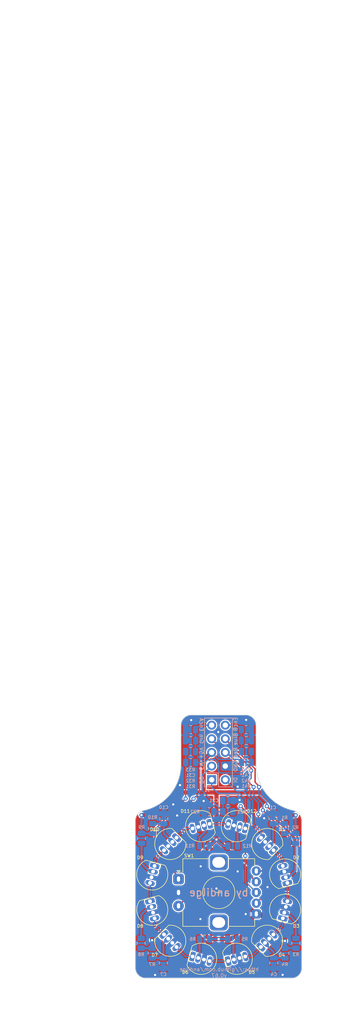
<source format=kicad_pcb>
(kicad_pcb (version 20211014) (generator pcbnew)
  (title_block (title "Futai RGB Encoder with WS2811 F5 Ring") (date "2022-01-04") (rev "0.65") (company "andilge"))
  (layers (0 "F.Cu" signal) (31 "B.Cu" signal) (34 "B.Paste" user) (35 "F.Paste" user) (36 "B.SilkS" user "B.Silkscreen") (37 "F.SilkS" user "F.Silkscreen") (38 "B.Mask" user) (39 "F.Mask" user) (44 "Edge.Cuts" user))
  (net 0 "")
  (net 1 "Net-(C1-Pad1)")
  (net 2 "GND")
  (net 3 "Net-(C10-Pad1)")
  (net 4 "Net-(C21-Pad1)")
  (net 5 "Net-(C31-Pad2)")
  (net 6 "Net-(C41-Pad2)")
  (net 7 "Net-(D1-Pad1)")
  (net 8 "DIN")
  (net 9 "Net-(D2-Pad1)")
  (net 10 "Net-(D2-Pad2)")
  (net 11 "Net-(C4-Pad2)")
  (net 12 "Net-(D3-Pad2)")
  (net 13 "Net-(D4-Pad1)")
  (net 14 "Net-(D5-Pad1)")
  (net 15 "Net-(D5-Pad2)")
  (net 16 "Net-(C7-Pad1)")
  (net 17 "Net-(D6-Pad2)")
  (net 18 "Net-(D7-Pad1)")
  (net 19 "Net-(D8-Pad1)")
  (net 20 "Net-(D8-Pad2)")
  (net 21 "Net-(D10-Pad4)")
  (net 22 "Net-(D9-Pad2)")
  (net 23 "Net-(D10-Pad1)")
  (net 24 "Net-(D11-Pad1)")
  (net 25 "Net-(D11-Pad2)")
  (net 26 "DOUT")
  (net 27 "Net-(D12-Pad2)")
  (net 28 "+5V")
  (net 29 "RED")
  (net 30 "BLU")
  (net 31 "GRE")
  (net 32 "SWC")
  (net 33 "ENC_A")
  (net 34 "ENC_B")
  (net 35 "Net-(D3-Pad1)")
  (net 36 "Net-(D6-Pad1)")
  (footprint "footprints:WS2811-THT-LED" (layer "F.Cu") (at 136.15 102.37 105)
    (fp_text reference "D8")
    (fp_text value "WS2812D")
  )
  (footprint "footprints:WS2811-THT-LED" (layer "F.Cu") (at 160.91 102.37 -105)
    (fp_text reference "D3")
    (fp_text value "WS2812D")
  )
  (footprint "footprints:WS2811-THT-LED" (layer "F.Cu") (at 157.56 108.14 -135)
    (fp_text reference "D4")
    (fp_text value "WS2812D")
  )
  (footprint "footprints:WS2811-THT-LED" (layer "F.Cu") (at 139.5 108.14 135)
    (fp_text reference "D7")
    (fp_text value "WS2812D")
  )
  (footprint "footprints:WS2811-THT-LED" (layer "F.Cu") (at 160.91 95.79 -75)
    (fp_text reference "D2")
    (fp_text value "WS2812D")
  )
  (footprint "footprints:WS2811-THT-LED" (layer "F.Cu") (at 145.25 86.8 15)
    (fp_text reference "D11")
    (fp_text value "WS2812D")
  )
  (footprint "footprints:LED_RotaryEncoder_EC12_Switch_Vertical_H20mm" (layer "F.Cu") (at 148.54 99.145)
    (fp_text reference "SW1")
    (fp_text value "RotaryEncoder_Switch_RGB")
  )
  (footprint "footprints:WS2811-THT-LED" (layer "F.Cu") (at 151.9 86.8 -15)
    (fp_text reference "D12")
    (fp_text value "WS2812D")
  )
  (footprint "footprints:WS2811-THT-LED" (layer "F.Cu") (at 157.59 90.12 -45)
    (fp_text reference "D1")
    (fp_text value "WS2812D")
  )
  (footprint "footprints:WS2811-THT-LED" (layer "F.Cu") (at 151.9 111.5 -165)
    (fp_text reference "D5")
    (fp_text value "WS2812D")
  )
  (footprint "footprints:WS2811-THT-LED" (layer "F.Cu") (at 136.15 95.79 75)
    (fp_text reference "D9")
    (fp_text value "WS2812D")
  )
  (footprint "footprints:WS2811-THT-LED" (layer "F.Cu") (at 145.25 111.5 165)
    (fp_text reference "D6")
    (fp_text value "WS2812D")
  )
  (footprint "footprints:WS2811-THT-LED" (layer "F.Cu") (at 139.5 90.12 45)
    (fp_text reference "D10")
    (fp_text value "WS2812D")
  )
  (footprint "Resistor_SMD:R_0805_2012Metric" (layer "B.Cu") (at 153.69 74.95)
    (fp_text reference "R41")
    (fp_text value "10k")
  )
  (footprint "Resistor_SMD:R_0805_2012Metric" (layer "B.Cu") (at 162.87 89.07 -90)
    (fp_text reference "R2")
    (fp_text value "130")
  )
  (footprint "Resistor_SMD:R_0805_2012Metric" (layer "B.Cu") (at 145.85 90.45 180)
    (fp_text reference "R11")
    (fp_text value "130")
  )
  (footprint "Resistor_SMD:R_0805_2012Metric" (layer "B.Cu") (at 160.88 110.45 -90)
    (fp_text reference "R4")
    (fp_text value "130")
  )
  (footprint "Capacitor_SMD:C_0805_2012Metric" (layer "B.Cu") (at 158.67 85.4 90)
    (fp_text reference "C1")
    (fp_text value "100n")
  )
  (footprint "Resistor_SMD:R_0805_2012Metric" (layer "B.Cu") (at 150.26 84.12)
    (fp_text reference "R21")
    (fp_text value "33k")
  )
  (footprint "Resistor_SMD:R_0805_2012Metric" (layer "B.Cu") (at 146.73 84.12)
    (fp_text reference "R22")
    (fp_text value "68k")
  )
  (footprint "Resistor_SMD:R_0805_2012Metric" (layer "B.Cu") (at 162.92 108.6 90)
    (fp_text reference "R3")
    (fp_text value "130")
  )
  (footprint "Connector_PinHeader_2.54mm:PinHeader_2x05_P2.54mm_Vertical" (layer "B.Cu") (at 147.225 78.15)
    (fp_text reference "J1")
    (fp_text value "Conn_02x05_Top_Bottom")
  )
  (footprint "Resistor_SMD:R_0805_2012Metric" (layer "B.Cu") (at 143.3 68.82)
    (fp_text reference "R33")
    (fp_text value "39k")
  )
  (footprint "Resistor_SMD:R_0805_2012Metric" (layer "B.Cu") (at 153.67 68.82 180)
    (fp_text reference "R43")
    (fp_text value "39k")
  )
  (footprint "Resistor_SMD:R_0805_2012Metric" (layer "B.Cu") (at 151.14 107.83)
    (fp_text reference "R5")
    (fp_text value "130")
  )
  (footprint "Capacitor_SMD:C_0805_2012Metric" (layer "B.Cu") (at 150.27 82.03)
    (fp_text reference "C21")
    (fp_text value "100n")
  )
  (footprint "Resistor_SMD:R_0805_2012Metric" (layer "B.Cu") (at 136.12 110.45 -90)
    (fp_text reference "R7")
    (fp_text value "130")
  )
  (footprint "Resistor_SMD:R_0805_2012Metric" (layer "B.Cu") (at 134.07 108.6 90)
    (fp_text reference "R8")
    (fp_text value "130")
  )
  (footprint "Capacitor_SMD:C_0805_2012Metric" (layer "B.Cu") (at 143.3 70.86)
    (fp_text reference "C31")
    (fp_text value "10n")
  )
  (footprint "Capacitor_SMD:C_0805_2012Metric" (layer "B.Cu") (at 138.29 85.4 90)
    (fp_text reference "C10")
    (fp_text value "100n")
  )
  (footprint "Resistor_SMD:R_0805_2012Metric" (layer "B.Cu") (at 153.69 72.91)
    (fp_text reference "R42")
    (fp_text value "10k")
  )
  (footprint "Resistor_SMD:R_0805_2012Metric" (layer "B.Cu") (at 151.15 90.49)
    (fp_text reference "R12")
    (fp_text value "130")
  )
  (footprint "Capacitor_SMD:C_0805_2012Metric" (layer "B.Cu") (at 158.81 112.3 90)
    (fp_text reference "C4")
    (fp_text value "100n")
  )
  (footprint "Resistor_SMD:R_0805_2012Metric" (layer "B.Cu") (at 134.14 89.07 -90)
    (fp_text reference "R9")
    (fp_text value "130")
  )
  (footprint "Resistor_SMD:R_0805_2012Metric" (layer "B.Cu") (at 160.8 87.25 90)
    (fp_text reference "R1")
    (fp_text value "130")
  )
  (footprint "Capacitor_SMD:C_0805_2012Metric" (layer "B.Cu") (at 153.69 70.86 180)
    (fp_text reference "C41")
    (fp_text value "10n")
  )
  (footprint "Resistor_SMD:R_0805_2012Metric" (layer "B.Cu") (at 143.3 72.91 180)
    (fp_text reference "R32")
    (fp_text value "10k")
  )
  (footprint "Resistor_SMD:R_0805_2012Metric" (layer "B.Cu") (at 143.3 74.95 180)
    (fp_text reference "R31")
    (fp_text value "10k")
  )
  (footprint "Resistor_SMD:R_0805_2012Metric" (layer "B.Cu") (at 145.89 107.83 180)
    (fp_text reference "R6")
    (fp_text value "130")
  )
  (footprint "Capacitor_SMD:C_0805_2012Metric" (layer "B.Cu") (at 138.22 112.3 -90)
    (fp_text reference "C7")
    (fp_text value "100n")
  )
  (footprint "Resistor_SMD:R_0805_2012Metric" (layer "B.Cu") (at 136.2 87.25 90)
    (fp_text reference "R10")
    (fp_text value "130")
  )
  (gr_line (start 155.5 75.1) (end 155.493503 68) (layer "Edge.Cuts") (width 0.1))
  (gr_line (start 164 85.8) (end 164 113.2) (layer "Edge.Cuts") (width 0.1))
  (gr_arc (start 134.9 115.1) (mid 133.556497 114.543503) (end 133 113.2) (layer "Edge.Cuts") (width 0.1))
  (gr_arc (start 162.6 83.9) (mid 163.616023 84.617141) (end 164 85.8) (layer "Edge.Cuts") (width 0.1))
  (gr_arc (start 164 113.2) (mid 163.469774 114.565102) (end 162.106497 115.1) (layer "Edge.Cuts") (width 0.1))
  (gr_arc (start 141.493503 68) (mid 142.05 66.656497) (end 143.393503 66.1) (layer "Edge.Cuts") (width 0.1))
  (gr_line (start 141.493503 68) (end 141.5 75.1) (layer "Edge.Cuts") (width 0.1))
  (gr_line (start 133 85.8) (end 133 113.2) (layer "Edge.Cuts") (width 0.1))
  (gr_arc (start 153.593503 66.1) (mid 154.937006 66.656497) (end 155.493503 68) (layer "Edge.Cuts") (width 0.1))
  (gr_arc (start 162.6 83.9) (mid 157.44853 80.792095) (end 155.5 75.1) (layer "Edge.Cuts") (width 0.1))
  (gr_line (start 134.9 115.1) (end 162.106497 115.1) (layer "Edge.Cuts") (width 0.1))
  (gr_line (start 143.393503 66.1) (end 153.593503 66.1) (layer "Edge.Cuts") (width 0.1))
  (gr_arc (start 133 85.8) (mid 133.377519 84.612383) (end 134.4 83.9) (layer "Edge.Cuts") (width 0.1))
  (gr_arc (start 141.5 75.1) (mid 139.551469 80.792094) (end 134.4 83.9) (layer "Edge.Cuts") (width 0.1))
  (gr_text "Blue" (at 151.67 70.6 90) (layer "B.SilkS") (effects (font (size 0.7 0.7) (thickness 0.12)) (justify mirror)))
  (gr_text "GND" (at 151.67 75.6 90) (layer "B.SilkS") (effects (font (size 0.7 0.7) (thickness 0.12)) (justify mirror)))
  (gr_text "https://github.com/andilge" (at 148.61 113.47) (layer "B.SilkS") (effects (font (size 0.7 0.7) (thickness 0.1)) (justify mirror)))
  (gr_text "+5V" (at 145.32 73.2 -90) (layer "B.SilkS") (effects (font (size 0.7 0.7) (thickness 0.12)) (justify mirror)))
  (gr_text "by andilge" (at 148.55 99.16) (layer "B.SilkS") (effects (font (size 1.4 1.4) (thickness 0.2)) (justify mirror)))
  (gr_text "EncA" (at 145.32 67.9 -90) (layer "B.SilkS") (effects (font (size 0.7 0.7) (thickness 0.12)) (justify mirror)))
  (gr_text "v0.67" (at 148.6 114.6) (layer "B.SilkS") (effects (font (size 0.7 0.7) (thickness 0.1)) (justify mirror)))
  (gr_text "Red" (at 151.67 73.1 90) (layer "B.SilkS") (effects (font (size 0.7 0.7) (thickness 0.12)) (justify mirror)))
  (gr_text "DO" (at 145.32 78.2 -90) (layer "B.SilkS") (effects (font (size 0.7 0.7) (thickness 0.12)) (justify mirror)))
  (gr_text "EncB" (at 151.67 67.8 90) (layer "B.SilkS") (effects (font (size 0.7 0.7) (thickness 0.12)) (justify mirror)))
  (gr_text "SW" (at 145.32 75.6 -90) (layer "B.SilkS") (effects (font (size 0.7 0.7) (thickness 0.12)) (justify mirror)))
  (gr_text "DI" (at 151.67 78.2 90) (layer "B.SilkS") (effects (font (size 0.7 0.7) (thickness 0.12)) (justify mirror)))
  (gr_text "Grn" (at 145.32 70.55 -90) (layer "B.SilkS") (effects (font (size 0.7 0.7) (thickness 0.12)) (justify mirror)))
  (segment (start 158.6725 86.3375) (end 158.67 86.34) (width 0.4) (layer "B.Cu") (net 1))
  (segment (start 157.978909 90.508909) (end 158.001091 90.508909) (width 0.4) (layer "B.Cu") (net 1))
  (segment (start 160.8 86.3375) (end 158.6725 86.3375) (width 0.4) (layer "B.Cu") (net 1))
  (segment (start 158.67 89.84) (end 158.67 86.34) (width 0.4) (layer "B.Cu") (net 1))
  (segment (start 158.001091 90.508909) (end 158.67 89.84) (width 0.4) (layer "B.Cu") (net 1))
  (segment (start 139.111091 90.508909) (end 139.108909 90.508909) (width 0.25) (layer "F.Cu") (net 2))
  (segment (start 161.01235 101.978741) (end 161.578741 101.978741) (width 0.25) (layer "F.Cu") (net 2))
  (segment (start 152.331259 111.35765) (end 152.331259 111.931259) (width 0.25) (layer "F.Cu") (net 2))
  (segment (start 151.368741 86.65765) (end 151.368741 86.181259) (width 0.25) (layer "F.Cu") (net 2))
  (segment (start 136.29235 102.901259) (end 135.698741 102.901259) (width 0.25) (layer "F.Cu") (net 2))
  (segment (start 145.721259 111.63235) (end 145.721259 112.178741) (width 0.25) (layer "F.Cu") (net 2))
  (segment (start 136.05765 96.321259) (end 135.521259 96.321259) (width 0.25) (layer "F.Cu") (net 2))
  (via (at 148.11 98.41) (size 0.8) (drill 0.4) (layers "F.Cu" "B.Cu") (net 2))
  (via (at 157.01 85.33) (size 0.8) (drill 0.4) (layers "F.Cu" "B.Cu") (net 2))
  (via (at 157.63 98.15) (size 0.8) (drill 0.4) (layers "F.Cu" "B.Cu") (net 2))
  (via (at 143.4 67.05) (size 0.8) (drill 0.4) (layers "F.Cu" "B.Cu") (net 2))
  (via (at 140.06 82.75) (size 0.8) (drill 0.4) (layers "F.Cu" "B.Cu") (net 2))
  (via (at 136.67 114.51) (size 0.8) (drill 0.4) (layers "F.Cu" "B.Cu") (net 2))
  (via (at 141.32 79.16) (size 0.8) (drill 0.4) (layers "F.Cu" "B.Cu") (net 2))
  (via (at 160.45 114.49) (size 0.8) (drill 0.4) (layers "F.Cu" "B.Cu") (net 2))
  (via (at 140.79 84.82) (size 0.8) (drill 0.4) (layers "F.Cu" "B.Cu") (net 2))
  (via (at 145.12 104.1) (size 0.8) (drill 0.4) (layers "F.Cu" "B.Cu") (net 2))
  (via (at 153.57 103.17) (size 0.8) (drill 0.4) (layers "F.Cu" "B.Cu") (net 2))
  (via (at 145.18 94.28) (size 0.8) (drill 0.4) (layers "F.Cu" "B.Cu") (net 2))
  (via (at 152.08 79.45) (size 0.8) (drill 0.4) (layers "F.Cu" "B.Cu") (net 2))
  (via (at 148.46 69.27) (size 0.8) (drill 0.4) (layers "F.Cu" "B.Cu") (net 2))
  (via (at 145.73 82.11) (size 0.8) (drill 0.4) (layers "F.Cu" "B.Cu") (net 2))
  (via (at 152.07 95.23) (size 0.8) (drill 0.4) (layers "F.Cu" "B.Cu") (net 2))
  (via (at 152.43 81.92) (size 0.8) (drill 0.4) (layers "F.Cu" "B.Cu") (net 2))
  (via (at 153.65 67.01) (size 0.8) (drill 0.4) (layers "F.Cu" "B.Cu") (net 2))
  (segment (start 139.888909 89.731091) (end 139.881091 89.731091) (width 0.25) (layer "B.Cu") (net 3))
  (segment (start 139.888909 89.731091) (end 139.888909 89.728909) (width 0.25) (layer "B.Cu") (net 3))
  (segment (start 138.29 88.14) (end 138.29 86.35) (width 0.4) (layer "B.Cu") (net 3))
  (segment (start 139.881091 89.731091) (end 138.29 88.14) (width 0.4) (layer "B.Cu") (net 3))
  (segment (start 138.2775 86.3375) (end 138.29 86.35) (width 0.4) (layer "B.Cu") (net 3))
  (segment (start 139.888909 89.731091) (end 139.888909 89.718909) (width 0.25) (layer "B.Cu") (net 3))
  (segment (start 136.2 86.3375) (end 138.2775 86.3375) (width 0.4) (layer "B.Cu") (net 3))
  (segment (start 149.32 84.0925) (end 149.3475 84.12) (width 0.25) (layer "B.Cu") (net 4))
  (segment (start 147.6425 84.12) (end 149.3475 84.12) (width 0.25) (layer "B.Cu") (net 4))
  (segment (start 145.42 80.1925) (end 149.3475 84.12) (width 0.25) (layer "B.Cu") (net 4))
  (segment (start 145.42 77.37) (end 145.42 80.1925) (width 0.25) (layer "B.Cu") (net 4))
  (segment (start 147.18 75.61) (end 145.42 77.37) (width 0.25) (layer "B.Cu") (net 4))
  (segment (start 149.32 82.03) (end 149.32 84.0925) (width 0.25) (layer "B.Cu") (net 4))
  (segment (start 144.2125 68.83) (end 145.0525 67.99) (width 0.25) (layer "B.Cu") (net 5))
  (segment (start 144.2125 68.83) (end 144.2125 70.8325) (width 0.25) (layer "B.Cu") (net 5))
  (segment (start 144.2125 70.9075) (end 144.25 70.87) (width 0.25) (layer "B.Cu") (net 5))
  (segment (start 144.2125 72.91) (end 144.2125 70.9075) (width 0.25) (layer "B.Cu") (net 5))
  (segment (start 145.0525 67.99) (end 147.18 67.99) (width 0.25) (layer "B.Cu") (net 5))
  (segment (start 144.2125 70.8325) (end 144.25 70.87) (width 0.25) (layer "B.Cu") (net 5))
  (segment (start 149.72 67.99) (end 151.9275 67.99) (width 0.25) (layer "B.Cu") (net 6))
  (segment (start 152.7775 72.91) (end 152.7775 70.8975) (width 0.25) (layer "B.Cu") (net 6))
  (segment (start 151.9275 67.99) (end 152.7575 68.82) (width 0.25) (layer "B.Cu") (net 6))
  (segment (start 152.7775 70.8975) (end 152.74 70.86) (width 0.25) (layer "B.Cu") (net 6))
  (segment (start 152.74 70.86) (end 152.74 68.8375) (width 0.25) (layer "B.Cu") (net 6))
  (segment (start 152.7575 70.8425) (end 152.74 70.86) (width 0.25) (layer "B.Cu") (net 6))
  (segment (start 152.74 68.8375) (end 152.7575 68.82) (width 0.25) (layer "B.Cu") (net 6))
  (segment (start 160.482949 93.012949) (end 158.756726 91.286726) (width 0.25) (layer "B.Cu") (net 7))
  (segment (start 160.482949 94.246222) (end 160.482949 93.012949) (width 0.25) (layer "B.Cu") (net 7))
  (segment (start 151.804511 80.234511) (end 151.635 80.065) (width 0.25) (layer "B.Cu") (net 8))
  (segment (start 154.87 82.097919) (end 154.87 86.4) (width 0.25) (layer "B.Cu") (net 8))
  (segment (start 153.08 80.23) (end 153.075489 80.234511) (width 0.25) (layer "B.Cu") (net 8))
  (segment (start 154.87 82.02) (end 153.08 80.23) (width 0.25) (layer "B.Cu") (net 8))
  (segment (start 149.72 78.15) (end 151.804511 80.234511) (width 0.25) (layer "B.Cu") (net 8))
  (segment (start 154.87 82.097919) (end 154.87 82.02) (width 0.25) (layer "B.Cu") (net 8))
  (segment (start 156.423274 87.953274) (end 156.423274 88.953274) (width 0.25) (layer "B.Cu") (net 8))
  (segment (start 153.075489 80.234511) (end 151.804511 80.234511) (width 0.25) (layer "B.Cu") (net 8))
  (segment (start 154.87 86.4) (end 156.423274 87.953274) (width 0.25) (layer "B.Cu") (net 8))
  (segment (start 161.337051 97.433778) (end 161.297051 97.473778) (width 0.25) (layer "B.Cu") (net 9))
  (segment (start 161.297051 97.473778) (end 161.297051 100.916222) (width 0.25) (layer "B.Cu") (net 9))
  (segment (start 161.05235 96.371259) (end 161.578741 96.371259) (width 0.25) (layer "F.Cu") (net 10))
  (segment (start 161.548741 96.371259) (end 162.87 95.05) (width 0.4) (layer "B.Cu") (net 10))
  (segment (start 161.05235 96.371259) (end 161.738741 96.371259) (width 0.25) (layer "B.Cu") (net 10))
  (segment (start 161.05235 96.371259) (end 161.578741 96.371259) (width 0.25) (layer "B.Cu") (net 10))
  (segment (start 162.87 95.05) (end 162.87 89.9825) (width 0.4) (layer "B.Cu") (net 10))
  (segment (start 161.05235 96.371259) (end 161.548741 96.371259) (width 0.4) (layer "B.Cu") (net 10))
  (segment (start 157.171091 108.648909) (end 157.171091 108.671091) (width 0.25) (layer "F.Cu") (net 11))
  (segment (start 157.171091 108.648909) (end 157.171091 108.661091) (width 0.25) (layer "B.Cu") (net 11))
  (segment (start 160.8725 111.35) (end 160.88 111.3425) (width 0.4) (layer "B.Cu") (net 11))
  (segment (start 160.8675 111.35) (end 160.88 111.3625) (width 0.4) (layer "B.Cu") (net 11))
  (segment (start 158.81 110.28) (end 158.81 111.35) (width 0.4) (layer "B.Cu") (net 11))
  (segment (start 157.178909 108.648909) (end 158.81 110.28) (width 0.4) (layer "B.Cu") (net 11))
  (segment (start 158.81 111.35) (end 160.8675 111.35) (width 0.4) (layer "B.Cu") (net 11))
  (segment (start 157.171091 108.648909) (end 157.178909 108.648909) (width 0.25) (layer "B.Cu") (net 11))
  (segment (start 160.72765 103.041259) (end 161.291259 103.041259) (width 0.25) (layer "F.Cu") (net 12))
  (segment (start 160.72765 103.041259) (end 161.361259 103.041259) (width 0.4) (layer "B.Cu") (net 12))
  (segment (start 161.361259 103.041259) (end 162.92 104.6) (width 0.4) (layer "B.Cu") (net 12))
  (segment (start 161.161259 103.041259) (end 160.72765 103.041259) (width 0.25) (layer "B.Cu") (net 12))
  (segment (start 162.92 104.6) (end 162.92 107.6875) (width 0.4) (layer "B.Cu") (net 12))
  (segment (start 160.72765 103.041259) (end 161.271259 103.041259) (width 0.25) (layer "B.Cu") (net 12))
  (segment (start 153.393778 111.072949) (end 154.747051 111.072949) (width 0.25) (layer "B.Cu") (net 13))
  (segment (start 154.747051 111.072949) (end 156.393274 109.426726) (width 0.25) (layer "B.Cu") (net 13))
  (segment (start 150.206222 111.927051) (end 150.196222 111.917051) (width 0.25) (layer "B.Cu") (net 14))
  (segment (start 150.196222 111.917051) (end 146.783778 111.917051) (width 0.25) (layer "B.Cu") (net 14))
  (segment (start 151.268741 111.64235) (end 151.268741 112.168741) (width 0.25) (layer "F.Cu") (net 15))
  (segment (start 151.268741 111.64235) (end 151.268741 111.288741) (width 0.4) (layer "B.Cu") (net 15))
  (segment (start 151.268741 108.613759) (end 152.0525 107.83) (width 0.4) (layer "B.Cu") (net 15))
  (segment (start 151.268741 111.288741) (end 151.03 111.05) (width 0.4) (layer "B.Cu") (net 15))
  (segment (start 151.268741 111.64235) (end 151.268741 111.358741) (width 0.25) (layer "B.Cu") (net 15))
  (segment (start 151.268741 111.64235) (end 151.268741 108.613759) (width 0.4) (layer "B.Cu") (net 15))
  (segment (start 151.268741 111.358741) (end 151.1 111.19) (width 0.25) (layer "B.Cu") (net 15))
  (segment (start 139.041091 107.751091) (end 138.998909 107.751091) (width 0.25) (layer "F.Cu") (net 16))
  (segment (start 139.018909 107.751091) (end 138.22 108.55) (width 0.4) (layer "B.Cu") (net 16))
  (segment (start 138.22 108.55) (end 138.22 111.49) (width 0.4) (layer "B.Cu") (net 16))
  (segment (start 138.2125 111.4825) (end 138.22 111.49) (width 0.4) (layer "B.Cu") (net 16))
  (segment (start 136.1325 111.35) (end 136.12 111.3625) (width 0.4) (layer "B.Cu") (net 16))
  (segment (start 139.041091 107.751091) (end 139.028909 107.751091) (width 0.25) (layer "B.Cu") (net 16))
  (segment (start 139.041091 107.751091) (end 139.041091 107.768909) (width 0.25) (layer "B.Cu") (net 16))
  (segment (start 139.041091 107.751091) (end 139.018909 107.751091) (width 0.4) (layer "B.Cu") (net 16))
  (segment (start 138.22 111.35) (end 136.1325 111.35) (width 0.4) (layer "B.Cu") (net 16))
  (segment (start 144.658741 111.34765) (end 144.658741 111.991259) (width 0.25) (layer "F.Cu") (net 17))
  (segment (start 144.658741 111.34765) (end 144.67235 111.34765) (width 0.25) (layer "B.Cu") (net 17))
  (segment (start 144.9775 110.6025) (end 144.9775 107.83) (width 0.4) (layer "B.Cu") (net 17))
  (segment (start 144.89 107.3775) (end 144.9875 107.28) (width 0.25) (layer "B.Cu") (net 17))
  (segment (start 144.658741 111.34765) (end 144.658741 110.921259) (width 0.4) (layer "B.Cu") (net 17))
  (segment (start 144.658741 110.991259) (end 144.89 110.76) (width 0.25) (layer "B.Cu") (net 17))
  (segment (start 144.658741 111.34765) (end 144.658741 110.991259) (width 0.25) (layer "B.Cu") (net 17))
  (segment (start 144.658741 110.921259) (end 144.9775 110.6025) (width 0.4) (layer "B.Cu") (net 17))
  (segment (start 144.658741 108.148759) (end 144.9775 107.83) (width 0.25) (layer "B.Cu") (net 17))
  (segment (start 144.67235 111.34765) (end 144.9875 111.0325) (width 0.25) (layer "B.Cu") (net 17))
  (segment (start 136.577051 103.963778) (end 136.577051 105.287051) (width 0.25) (layer "B.Cu") (net 18))
  (segment (start 136.577051 105.287051) (end 138.263274 106.973274) (width 0.25) (layer "B.Cu") (net 18))
  (segment (start 135.782949 100.716222) (end 135.722949 100.776222) (width 0.25) (layer "B.Cu") (net 19))
  (segment (start 135.782949 97.383778) (end 135.782949 100.716222) (width 0.25) (layer "B.Cu") (net 19))
  (segment (start 136.00765 101.838741) (end 135.561259 101.838741) (width 0.25) (layer "F.Cu") (net 20))
  (segment (start 136.00765 101.838741) (end 135.561259 101.838741) (width 0.25) (layer "B.Cu") (net 20))
  (segment (start 136.00765 101.838741) (end 135.521259 101.838741) (width 0.4) (layer "B.Cu") (net 20))
  (segment (start 136.00765 101.838741) (end 135.491259 101.838741) (width 0.25) (layer "B.Cu") (net 20))
  (segment (start 134.07 103.29) (end 134.07 107.8475) (width 0.4) (layer "B.Cu") (net 20))
  (segment (start 135.521259 101.838741) (end 134.07 103.29) (width 0.4) (layer "B.Cu") (net 20))
  (segment (start 138.333274 91.286726) (end 136.65 92.97) (width 0.25) (layer "B.Cu") (net 21))
  (segment (start 136.63 94.193273) (end 136.627051 94.196222) (width 0.25) (layer "B.Cu") (net 21))
  (segment (start 136.65 94.183273) (end 136.637051 94.196222) (width 0.25) (layer "B.Cu") (net 21))
  (segment (start 136.65 92.97) (end 136.65 94.183273) (width 0.25) (layer "B.Cu") (net 21))
  (segment (start 135.698741 95.258741) (end 134.41 93.97) (width 0.4) (layer "B.Cu") (net 22))
  (segment (start 134.41 93.97) (end 134.13 93.69) (width 0.4) (layer "B.Cu") (net 22))
  (segment (start 134.14 89.9825) (end 134.14 93.7) (width 0.4) (layer "B.Cu") (net 22))
  (segment (start 136.35235 95.258741) (end 135.698741 95.258741) (width 0.4) (layer "B.Cu") (net 22))
  (segment (start 134.13 89.9925) (end 134.14 89.9825) (width 0.4) (layer "B.Cu") (net 22))
  (segment (start 134.14 93.7) (end 134.41 93.97) (width 0.4) (layer "B.Cu") (net 22))
  (segment (start 136.35235 95.258741) (end 135.708741 95.258741) (width 0.25) (layer "B.Cu") (net 22))
  (segment (start 143.656222 87.217051) (end 142.402949 87.217051) (width 0.25) (layer "B.Cu") (net 23))
  (segment (start 142.402949 87.217051) (end 140.666726 88.953274) (width 0.25) (layer "B.Cu") (net 23))
  (segment (start 146.853778 86.372949) (end 150.306222 86.372949) (width 0.25) (layer "B.Cu") (net 24))
  (segment (start 146.843778 86.362949) (end 146.853778 86.372949) (width 0.25) (layer "B.Cu") (net 24))
  (segment (start 145.781259 87.101259) (end 146.06 87.38) (width 0.4) (layer "B.Cu") (net 25))
  (segment (start 144.9375 88.9125) (end 144.9375 90.45) (width 0.4) (layer "B.Cu") (net 25))
  (segment (start 145.781259 86.64765) (end 145.781259 87.101259) (width 0.4) (layer "B.Cu") (net 25))
  (segment (start 145.781259 86.64765) (end 145.781259 86.791259) (width 0.25) (layer "B.Cu") (net 25))
  (segment (start 146.06 87.79) (end 144.9375 88.9125) (width 0.4) (layer "B.Cu") (net 25))
  (segment (start 145.781259 86.64765) (end 145.781259 86.951259) (width 0.25) (layer "B.Cu") (net 25))
  (segment (start 145.781259 86.791259) (end 146.03 87.04) (width 0.25) (layer "B.Cu") (net 25))
  (segment (start 145.781259 86.951259) (end 146.01 87.18) (width 0.25) (layer "B.Cu") (net 25))
  (segment (start 146.06 87.38) (end 146.06 87.79) (width 0.4) (layer "B.Cu") (net 25))
  (segment (start 152.434031 80.684031) (end 153.5 81.75) (width 0.25) (layer "B.Cu") (net 26))
  (segment (start 153.5 81.75) (end 153.5 87.220829) (width 0.25) (layer "B.Cu") (net 26))
  (segment (start 147.225 79.515) (end 147.225 78.15) (width 0.25) (layer "B.Cu") (net 26))
  (segment (start 147.215 78.489614) (end 147.215 78.155) (width 0.25) (layer "B.Cu") (net 26))
  (segment (start 148.394031 80.684031) (end 152.434031 80.684031) (width 0.25) (layer "B.Cu") (net 26))
  (segment (start 148.394031 80.684031) (end 147.225 79.515) (width 0.25) (layer "B.Cu") (net 26))
  (segment (start 147.215 78.365) (end 147.215 78.155) (width 0.25) (layer "B.Cu") (net 26))
  (segment (start 153.5 87.220829) (end 153.493778 87.227051) (width 0.25) (layer "B.Cu") (net 26))
  (segment (start 152.431259 87.418741) (end 152.0625 87.7875) (width 0.4) (layer "B.Cu") (net 27))
  (segment (start 152.0625 90.49) (end 152.0625 90.0275) (width 0.25) (layer "B.Cu") (net 27))
  (segment (start 152.0625 90.0275) (end 152.07 90.02) (width 0.25) (layer "B.Cu") (net 27))
  (segment (start 152.0625 87.7875) (end 152.0625 90.49) (width 0.4) (layer "B.Cu") (net 27))
  (segment (start 152.431259 86.94235) (end 152.431259 87.298741) (width 0.25) (layer "B.Cu") (net 27))
  (segment (start 152.07 90.4825) (end 152.0625 90.49) (width 0.25) (layer "B.Cu") (net 27))
  (segment (start 152.431259 86.94235) (end 152.431259 87.418741) (width 0.4) (layer "B.Cu") (net 27))
  (segment (start 152.431259 87.298741) (end 152.1325 87.5975) (width 0.25) (layer "B.Cu") (net 27))
  (segment (start 152.431259 86.94235) (end 152.07 87.303609) (width 0.25) (layer "B.Cu") (net 27))
  (segment (start 142.635 103.655) (end 143.64452 102.64548) (width 0.8) (layer "F.Cu") (net 28))
  (segment (start 153.67 101.360275) (end 154.169863 101.860137) (width 0.8) (layer "F.Cu") (net 28))
  (segment (start 148.69 80.52) (end 156.43 80.52) (width 0.8) (layer "F.Cu") (net 28))
  (segment (start 156.262698 103.145) (end 160.89 107.772302) (width 0.8) (layer "F.Cu") (net 28))
  (segment (start 155.54 103.145) (end 155.54 103.16) (width 0.8) (layer "F.Cu") (net 28))
  (segment (start 146.81 107.83) (end 143.64452 104.66452) (width 0.8) (layer "F.Cu") (net 28))
  (segment (start 155.54 103.145) (end 156.262698 103.145) (width 0.8) (layer "F.Cu") (net 28))
  (segment (start 148.120633 80.789367) (end 148.39 80.52) (width 0.8) (layer "F.Cu") (net 28))
  (segment (start 134.14 84.74) (end 136.45 84.74) (width 0.8) (layer "F.Cu") (net 28))
  (segment (start 148.120633 88.839367) (end 148.120633 80.789367) (width 0.8) (layer "F.Cu") (net 28))
  (segment (start 155.454725 103.145) (end 155.54 103.145) (width 0.8) (layer "F.Cu") (net 28))
  (segment (start 143.64452 93.68548) (end 148.120633 89.209367) (width 0.8) (layer "F.Cu") (net 28))
  (segment (start 147.18 73.560081) (end 147.18 73.07) (width 0.8) (layer "F.Cu") (net 28))
  (segment (start 154.169863 101.860137) (end 155.454725 103.145) (width 0.8) (layer "F.Cu") (net 28))
  (segment (start 147.18 73.07) (end 145.730489 74.519511) (width 0.8) (layer "F.Cu") (net 28))
  (segment (start 145.77 80.52) (end 148.39 80.52) (width 0.8) (layer "F.Cu") (net 28))
  (segment (start 150.87 107.83) (end 148.53 107.83) (width 0.8) (layer "F.Cu") (net 28))
  (segment (start 155.54 103.16) (end 150.87 107.83) (width 0.8) (layer "F.Cu") (net 28))
  (segment (start 145.730489 80.480489) (end 145.77 80.52) (width 0.8) (layer "F.Cu") (net 28))
  (segment (start 153.6 101.290274) (end 154.169863 101.860137) (width 0.8) (layer "F.Cu") (net 28))
  (segment (start 156.43 80.52) (end 160.68 84.77) (width 0.8) (layer "F.Cu") (net 28))
  (segment (start 141.85 104.44) (end 142.635 103.655) (width 0.8) (layer "F.Cu") (net 28))
  (segment (start 136.45 84.74) (end 140.67 80.52) (width 0.8) (layer "F.Cu") (net 28))
  (segment (start 145.730489 74.519511) (end 145.730489 80.480489) (width 0.8) (layer "F.Cu") (net 28))
  (segment (start 148.53 107.83) (end 146.81 107.83) (width 0.8) (layer "F.Cu") (net 28))
  (segment (start 136.12 108.05) (end 136.12 106.93) (width 0.8) (layer "F.Cu") (net 28))
  (segment (start 148.39 80.52) (end 148.69 80.52) (width 0.8) (layer "F.Cu") (net 28))
  (segment (start 160.89 107.772302) (end 160.89 108.18) (width 0.8) (layer "F.Cu") (net 28))
  (segment (start 143.64452 104.66452) (end 143.64452 102.64548) (width 0.8) (layer "F.Cu") (net 28))
  (segment (start 143.64452 93.68548) (end 143.64452 102.64548) (width 0.8) (layer "F.Cu") (net 28))
  (segment (start 148.120633 89.209367) (end 148.120633 88.839367) (width 0.8) (layer "F.Cu") (net 28))
  (segment (start 148.120633 89.209367) (end 153.6 94.688734) (width 0.8) (layer "F.Cu") (net 28))
  (segment (start 153.6 94.688734) (end 153.6 101.290274) (width 0.8) (layer "F.Cu") (net 28))
  (segment (start 138.61 104.44) (end 141.85 104.44) (width 0.8) (layer "F.Cu") (net 28))
  (segment (start 160.68 84.77) (end 162.89 84.77) (width 0.8) (layer "F.Cu") (net 28))
  (segment (start 140.67 80.52) (end 145.77 80.52) (width 0.8) (layer "F.Cu") (net 28))
  (segment (start 136.12 106.93) (end 138.61 104.44) (width 0.8) (layer "F.Cu") (net 28))
  (via (at 148.12 89.3) (size 0.8) (drill 0.4) (layers "F.Cu" "B.Cu") (net 28))
  (via (at 160.89 108.18) (size 0.8) (drill 0.4) (layers "F.Cu" "B.Cu") (net 28))
  (via (at 162.89 84.77) (size 0.8) (drill 0.4) (layers "F.Cu" "B.Cu") (net 28))
  (via (at 134.14 84.74) (size 0.8) (drill 0.4) (layers "F.Cu" "B.Cu") (net 28))
  (via (at 136.12 108.05) (size 0.8) (drill 0.4) (layers "F.Cu" "B.Cu") (net 28))
  (via (at 148.53 107.83) (size 0.8) (drill 0.4) (layers "F.Cu" "B.Cu") (net 28))
  (segment (start 147.18 73.07) (end 148.45 74.34) (width 0.25) (layer "B.Cu") (net 28))
  (segment (start 146.7625 90.45) (end 146.7625 90.1975) (width 0.4) (layer "B.Cu") (net 28))
  (segment (start 148.45 74.34) (end 152.1675 74.34) (width 0.25) (layer "B.Cu") (net 28))
  (segment (start 162.915 109.5175) (end 162.92 109.5125) (width 0.4) (layer "B.Cu") (net 28))
  (segment (start 160.8 88.1625) (end 162.865 88.1625) (width 0.4) (layer "B.Cu") (net 28))
  (segment (start 149.31 90.49) (end 148.12 89.3) (width 0.4) (layer "B.Cu") (net 28))
  (segment (start 147.18 73.07) (end 145.3 74.95) (width 0.25) (layer "B.Cu") (net 28))
  (segment (start 134.14 88.1575) (end 134.14 84.74) (width 0.4) (layer "B.Cu") (net 28))
  (segment (start 150.1975 90.45) (end 150.2375 90.49) (width 0.4) (layer "B.Cu") (net 28))
  (segment (start 160.88 108.19) (end 160.89 108.18) (width 0.8) (layer "B.Cu") (net 28))
  (segment (start 145.3 74.95) (end 144.2125 74.95) (width 0.25) (layer "B.Cu") (net 28))
  (segment (start 136.105 109.6725) (end 136.12 109.6575) (width 0.4) (layer "B.Cu") (net 28))
  (segment (start 150.2275 107.83) (end 148.53 107.83) (width 0.4) (layer "B.Cu") (net 28))
  (segment (start 160.905 109.5125) (end 160.88 109.5375) (width 0.4) (layer "B.Cu") (net 28))
  (segment (start 136.12 109.5375) (end 134.095 109.5375) (width 0.4) (layer "B.Cu") (net 28))
  (segment (start 150.22 107.28) (end 150.23 107.29) (width 0.25) (layer "B.Cu") (net 28))
  (segment (start 136.2 88.1625) (end 134.145 88.1625) (width 0.4) (layer "B.Cu") (net 28))
  (segment (start 146.97 90.45) (end 148.12 89.3) (width 0.4) (layer "B.Cu") (net 28))
  (segment (start 160.88 109.5175) (end 160.88 108.19) (width 0.8) (layer "B.Cu") (net 28))
  (segment (start 162.865 88.1625) (end 162.87 88.1575) (width 0.4) (layer "B.Cu") (net 28))
  (segment (start 134.145 88.1625) (end 134.14 88.1575) (width 0.4) (layer "B.Cu") (net 28))
  (segment (start 134.155 88.1725) (end 134.14 88.1575) (width 0.4) (layer "B.Cu") (net 28))
  (segment (start 136.12 109.6575) (end 136.12 108.05) (width 0.8) (layer "B.Cu") (net 28))
  (segment (start 152.1675 74.34) (end 152.7775 74.95) (width 0.25) (layer "B.Cu") (net 28))
  (segment (start 150.2375 90.49) (end 149.31 90.49) (width 0.4) (layer "B.Cu") (net 28))
  (segment (start 134.095 109.5375) (end 134.07 109.5125) (width 0.4) (layer "B.Cu") (net 28))
  (segment (start 146.7625 90.45) (end 146.97 90.45) (width 0.4) (layer "B.Cu") (net 28))
  (segment (start 162.87 88.1575) (end 162.87 84.79) (width 0.4) (layer "B.Cu") (net 28))
  (segment (start 162.87 84.79) (end 162.89 84.77) (width 0.4) (layer "B.Cu") (net 28))
  (segment (start 162.92 109.5125) (end 160.905 109.5125) (width 0.4) (layer "B.Cu") (net 28))
  (segment (start 146.8025 107.83) (end 148.53 107.83) (width 0.4) (layer "B.Cu") (net 28))
  (segment (start 156.775489 83.825489) (end 162.11 89.16) (width 0.25) (layer "F.Cu") (net 29))
  (segment (start 149.72 73.07) (end 150.06 73.07) (width 0.25) (layer "F.Cu") (net 29))
  (segment (start 152.94 77.41) (end 152.94 75.954282) (width 0.25) (layer "F.Cu") (net 29))
  (segment (start 152.94 75.954282) (end 150.055718 73.07) (width 0.25) (layer "F.Cu") (net 29))
  (segment (start 162.11 90.13) (end 157.08 95.16) (width 0.25) (layer "F.Cu") (net 29))
  (segment (start 150.055718 73.07) (end 149.72 73.07) (width 0.25) (layer "F.Cu") (net 29))
  (segment (start 157.08 95.16) (end 157.065 95.145) (width 0.25) (layer "F.Cu") (net 29))
  (segment (start 149.74 73.09) (end 149.72 73.07) (width 0.25) (layer "F.Cu") (net 29))
  (segment (start 162.11 89.16) (end 162.11 90.13) (width 0.25) (layer "F.Cu") (net 29))
  (segment (start 157.065 95.145) (end 155.54 95.145) (width 0.25) (layer "F.Cu") (net 29))
  (segment (start 155.04 79.51) (end 152.94 77.41) (width 0.25) (layer "F.Cu") (net 29))
  (segment (start 156.775489 83.824511) (end 156.775489 83.825489) (width 0.25) (layer "F.Cu") (net 29))
  (via (at 156.775489 83.824511) (size 0.8) (drill 0.4) (layers "F.Cu" "B.Cu") (net 29))
  (via (at 155.04 79.51) (size 0.8) (drill 0.4) (layers "F.Cu" "B.Cu") (net 29))
  (segment (start 155.04 80.91) (end 156.775489 82.645489) (width 0.25) (layer "B.Cu") (net 29))
  (segment (start 155.04 79.51) (end 155.04 80.91) (width 0.25) (layer "B.Cu") (net 29))
  (segment (start 156.775489 84.184511) (end 156.77 84.19) (width 0.25) (layer "B.Cu") (net 29))
  (segment (start 156.775489 82.645489) (end 156.775489 83.824511) (width 0.25) (layer "B.Cu") (net 29))
  (segment (start 156.775489 83.824511) (end 156.775489 84.184511) (width 0.25) (layer "B.Cu") (net 29))
  (segment (start 156.04 79.51) (end 156.04 79.335386) (width 0.25) (layer "F.Cu") (net 30))
  (segment (start 157.5 83.09) (end 163.34 88.93) (width 0.25) (layer "F.Cu") (net 30))
  (segment (start 157.5 83.08) (end 157.5 83.09) (width 0.25) (layer "F.Cu") (net 30))
  (segment (start 163.34 97.85) (end 162.02 99.17) (width 0.25) (layer "F.Cu") (net 30))
  (segment (start 162.02 99.17) (end 157.515 99.17) (width 0.25) (layer "F.Cu") (net 30))
  (segment (start 163.34 88.93) (end 163.34 97.85) (width 0.25) (layer "F.Cu") (net 30))
  (segment (start 149.72 70.53) (end 155.32 76.13) (width 0.25) (layer "F.Cu") (net 30))
  (segment (start 156.04 79.335386) (end 155.32 78.615386) (width 0.25) (layer "F.Cu") (net 30))
  (segment (start 155.32 78.615386) (end 155.32 76.13) (width 0.25) (layer "F.Cu") (net 30))
  (segment (start 157.515 99.17) (end 155.54 101.145) (width 0.25) (layer "F.Cu") (net 30))
  (via (at 157.5 83.08) (size 0.8) (drill 0.4) (layers "F.Cu" "B.Cu") (net 30))
  (via (at 156.04 79.51) (size 0.8) (drill 0.4) (layers "F.Cu" "B.Cu") (net 30))
  (segment (start 157.5 82.42) (end 157.5 83.08) (width 0.25) (layer "B.Cu") (net 30))
  (segment (start 157.52 83.06) (end 157.5 83.08) (width 0.25) (layer "B.Cu") (net 30))
  (segment (start 156.04 79.51) (end 156.04 80.96) (width 0.25) (layer "B.Cu") (net 30))
  (segment (start 156.04 80.96) (end 157.5 82.42) (width 0.25) (layer "B.Cu") (net 30))
  (segment (start 155.92 87.18) (end 155.92 84.59) (width 0.25) (layer "F.Cu") (net 31))
  (segment (start 154.340489 88.759511) (end 155.92 87.18) (width 0.25) (layer "F.Cu") (net 31))
  (segment (start 154.59 76.035718) (end 150.344282 71.79) (width 0.25) (layer "F.Cu") (net 31))
  (segment (start 154.340489 95.945489) (end 154.340489 88.759511) (width 0.25) (layer "F.Cu") (net 31))
  (segment (start 155.54 97.145) (end 154.340489 95.945489) (width 0.25) (layer "F.Cu") (net 31))
  (segment (start 148.44 71.79) (end 147.18 70.53) (width 0.25) (layer "F.Cu") (net 31))
  (segment (start 150.344282 71.79) (end 148.44 71.79) (width 0.25) (layer "F.Cu") (net 31))
  (segment (start 154.59 76.44) (end 154.59 76.035718) (width 0.25) (layer "F.Cu") (net 31))
  (via (at 155.92 84.59) (size 0.8) (drill 0.4) (layers "F.Cu" "B.Cu") (net 31))
  (via (at 154.59 76.44) (size 0.8) (drill 0.4) (layers "F.Cu" "B.Cu") (net 31))
  (segment (start 155.93 84.58) (end 155.92 84.59) (width 0.25) (layer "B.Cu") (net 31))
  (segment (start 154.59 76.44) (end 154.59 77.88) (width 0.25) (layer "B.Cu") (net 31))
  (segment (start 154.315489 78.154511) (end 154.315489 80.829771) (width 0.25) (layer "B.Cu") (net 31))
  (segment (start 154.59 77.88) (end 154.315489 78.154511) (width 0.25) (layer "B.Cu") (net 31))
  (segment (start 154.315489 80.829771) (end 155.93 82.444282) (width 0.25) (layer "B.Cu") (net 31))
  (segment (start 155.93 82.444282) (end 155.93 84.58) (width 0.25) (layer "B.Cu") (net 31))
  (segment (start 154.475522 84.925522) (end 154.475522 87.98876) (width 0.25) (layer "F.Cu") (net 32))
  (segment (start 154.475522 87.98876) (end 153.5 88.964282) (width 0.25) (layer "F.Cu") (net 32))
  (segment (start 153.5 88.964282) (end 153.5 92.34) (width 0.25) (layer "F.Cu") (net 32))
  (segment (start 152.63 83.08) (end 154.475522 84.925522) (width 0.25) (layer "F.Cu") (net 32))
  (via (at 152.63 83.08) (size 0.8) (drill 0.4) (layers "F.Cu" "B.Cu") (net 32))
  (via (at 153.5 92.34) (size 0.8) (drill 0.4) (layers "F.Cu" "B.Cu") (net 32))
  (segment (start 151.1725 84.12) (end 151.59 84.12) (width 0.25) (layer "B.Cu") (net 32))
  (segment (start 153.5 97.105) (end 155.54 99.145) (width 0.25) (layer "B.Cu") (net 32))
  (segment (start 151.59 84.12) (end 152.63 83.08) (width 0.25) (layer "B.Cu") (net 32))
  (segment (start 153.5 92.34) (end 153.5 97.105) (width 0.25) (layer "B.Cu") (net 32))
  (segment (start 141.04 96.17) (end 136.66 91.79) (width 0.25) (layer "F.Cu") (net 33))
  (segment (start 141.04 96.14) (end 141.04 96.645) (width 0.25) (layer "F.Cu") (net 33))
  (segment (start 141.04 96.645) (end 141.04 96.17) (width 0.25) (layer "F.Cu") (net 33))
  (segment (start 136.66 91.79) (end 136.66 87.38) (width 0.25) (layer "F.Cu") (net 33))
  (segment (start 136.66 87.38) (end 142.37 81.67) (width 0.25) (layer "F.Cu") (net 33))
  (via (at 142.37 81.67) (size 0.8) (drill 0.4) (layers "F.Cu" "B.Cu") (net 33))
  (segment (start 142.3875 72.91) (end 142.3875 74.95) (width 0.25) (layer "B.Cu") (net 33))
  (segment (start 142.37 74.9675) (end 142.37 81.67) (width 0.25) (layer "B.Cu") (net 33))
  (segment (start 142.3875 74.95) (end 142.37 74.9675) (width 0.25) (layer "B.Cu") (net 33))
  (segment (start 142.8 88.88) (end 141.87 87.95) (width 0.25) (layer "F.Cu") (net 34))
  (segment (start 142.8 99.885) (end 142.8 89.58) (width 0.25) (layer "F.Cu") (net 34))
  (segment (start 141.04 101.645) (end 142.8 99.885) (width 0.25) (layer "F.Cu") (net 34))
  (segment (start 143.84 81.69) (end 143.85 81.68) (width 0.25) (layer "F.Cu") (net 34))
  (segment (start 141.87 83.66) (end 143.84 81.69) (width 0.25) (layer "F.Cu") (net 34))
  (segment (start 142.8 89.58) (end 142.8 88.88) (width 0.25) (layer "F.Cu") (net 34))
  (segment (start 141.87 87.95) (end 141.87 83.66) (width 0.25) (layer "F.Cu") (net 34))
  (via (at 143.84 81.69) (size 0.8) (drill 0.4) (layers "F.Cu" "B.Cu") (net 34))
  (segment (start 144.97 80.56) (end 144.97 75.915718) (width 0.25) (layer "B.Cu") (net 34))
  (segment (start 148.81 76.88) (end 152.89 76.88) (width 0.25) (layer "B.Cu") (net 34))
  (segment (start 146.515718 74.37) (end 147.83 74.37) (width 0.25) (layer "B.Cu") (net 34))
  (segment (start 152.89 76.88) (end 154.6025 75.1675) (width 0.25) (layer "B.Cu") (net 34))
  (segment (start 154.6025 74.95) (end 154.61 74.9575) (width 0.25) (layer "B.Cu") (net 34))
  (segment (start 147.83 74.37) (end 148.5 75.04) (width 0.25) (layer "B.Cu") (net 34))
  (segment (start 154.6025 74.95) (end 154.6 74.9525) (width 0.25) (layer "B.Cu") (net 34))
  (segment (start 148.5 75.04) (end 148.5 76.57) (width 0.25) (layer "B.Cu") (net 34))
  (segment (start 154.6025 75.1675) (end 154.6025 74.95) (width 0.25) (layer "B.Cu") (net 34))
  (segment (start 154.6025 72.91) (end 154.6025 74.95) (width 0.25) (layer "B.Cu") (net 34))
  (segment (start 143.84 81.69) (end 144.97 80.56) (width 0.25) (layer "B.Cu") (net 34))
  (segment (start 148.5 76.57) (end 148.81 76.88) (width 0.25) (layer "B.Cu") (net 34))
  (segment (start 144.97 75.915718) (end 146.515718 74.37) (width 0.25) (layer "B.Cu") (net 34))
  (segment (start 154.575 74.9775) (end 154.6025 74.95) (width 0.25) (layer "B.Cu") (net 34))
  (segment (start 160.442949 105.377051) (end 160.442949 104.103778) (width 0.25) (layer "B.Cu") (net 35))
  (segment (start 158.726726 107.093274) (end 160.442949 105.377051) (width 0.25) (layer "B.Cu") (net 35))
  (segment (start 158.881726 107.093274) (end 158.726726 107.093274) (width 0.25) (layer "B.Cu") (net 35))
  (segment (start 140.596726 109.306726) (end 142.35 111.06) (width 0.25) (layer "B.Cu") (net 36))
  (segment (start 143.589171 111.07) (end 143.596222 111.062949) (width 0.25) (layer "B.Cu") (net 36))
  (segment (start 143.593273 111.06) (end 143.596222 111.062949) (width 0.25) (layer "B.Cu") (net 36))
  (segment (start 142.35 111.06) (end 143.593273 111.06) (width 0.25) (layer "B.Cu") (net 36))
  (zone (net 2) (net_name "GND") (layer "F.Cu") (connect_pads (clearance 0)) (min_thickness 0.254) (fill yes (thermal_gap 0.508) (thermal_bridge_width 0.508))
    (polygon (pts (xy 172.22 122.73) (xy 123.99 122.73) (xy 123.99 60.71) (xy 172.22 60.71)))
  )
  (zone (net 2) (net_name "GND") (layer "B.Cu") (connect_pads (clearance 0)) (min_thickness 0.254) (fill yes (thermal_gap 0.508) (thermal_bridge_width 0.508))
    (polygon (pts (xy 173.22 123.47) (xy 122.94 123.47) (xy 122.94 60.11) (xy 173.22 60.11)))
  )
)
</source>
